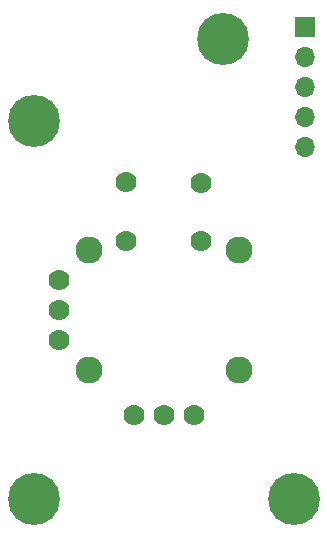
<source format=gbr>
%TF.GenerationSoftware,KiCad,Pcbnew,9.0.0*%
%TF.CreationDate,2025-04-04T15:09:20-04:00*%
%TF.ProjectId,left,6c656674-2e6b-4696-9361-645f70636258,rev?*%
%TF.SameCoordinates,Original*%
%TF.FileFunction,Soldermask,Top*%
%TF.FilePolarity,Negative*%
%FSLAX46Y46*%
G04 Gerber Fmt 4.6, Leading zero omitted, Abs format (unit mm)*
G04 Created by KiCad (PCBNEW 9.0.0) date 2025-04-04 15:09:20*
%MOMM*%
%LPD*%
G01*
G04 APERTURE LIST*
%ADD10R,1.700000X1.700000*%
%ADD11O,1.700000X1.700000*%
%ADD12C,4.400000*%
%ADD13C,2.286000*%
%ADD14C,1.778000*%
G04 APERTURE END LIST*
D10*
%TO.C,J1*%
X162000000Y-66000000D03*
D11*
X162000000Y-68540000D03*
X162000000Y-71080000D03*
X162000000Y-73620000D03*
X162000000Y-76160000D03*
%TD*%
D12*
%TO.C,REF\u002A\u002A*%
X139000000Y-74000000D03*
%TD*%
%TO.C,REF\u002A\u002A*%
X161000000Y-106000000D03*
%TD*%
%TO.C,REF\u002A\u002A*%
X139000000Y-106000000D03*
%TD*%
D13*
%TO.C,U1*%
X143650000Y-84935200D03*
X143650000Y-95065200D03*
X156350000Y-84920000D03*
X156350000Y-95080000D03*
D14*
X147475000Y-98875200D03*
X150015000Y-98895200D03*
X152555000Y-98875200D03*
X141110000Y-87460000D03*
X141095000Y-89985200D03*
X141095000Y-92525200D03*
X146825000Y-84125200D03*
X153185000Y-84145200D03*
X146825000Y-79185200D03*
X153175000Y-79205000D03*
%TD*%
D12*
%TO.C,REF\u002A\u002A*%
X155000000Y-67000000D03*
%TD*%
M02*

</source>
